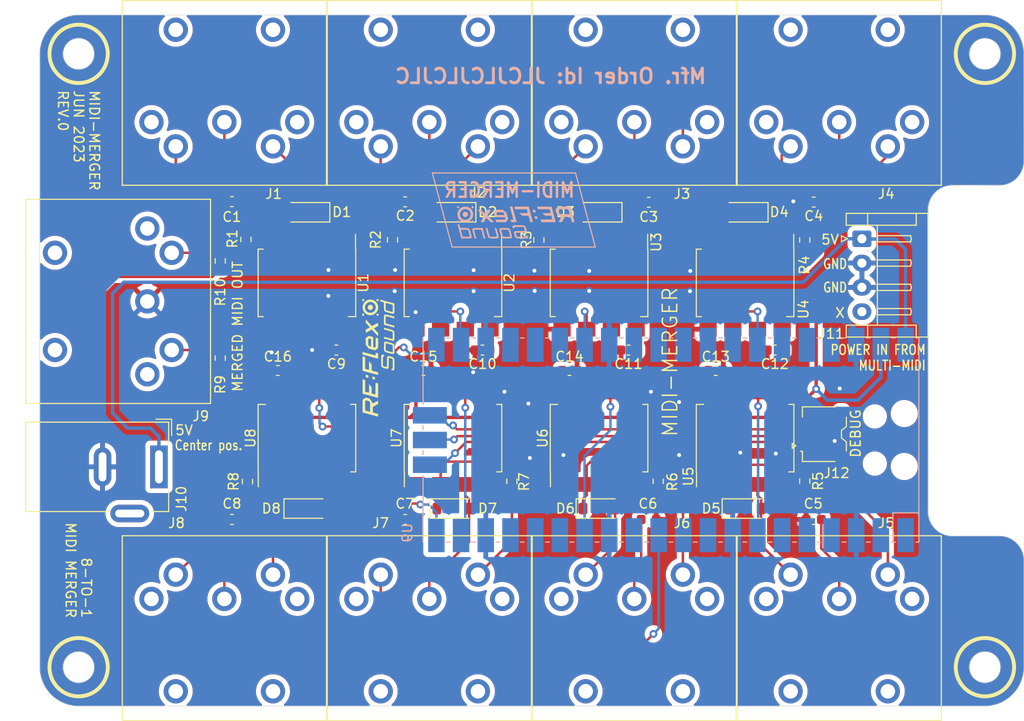
<source format=kicad_pcb>
(kicad_pcb (version 20221018) (generator pcbnew)
  (layers (0 "F.Cu" signal) (31 "B.Cu" signal) (34 "B.Paste" user) (35 "F.Paste" user) (36 "B.SilkS" user "B.Silkscreen") (37 "F.SilkS" user "F.Silkscreen") (38 "B.Mask" user) (39 "F.Mask" user) (44 "Edge.Cuts" user))
  (net 0 "")
  (net 1 "Net-(C1-Pad1)")
  (net 2 "GNDD")
  (net 3 "Net-(C2-Pad1)")
  (net 4 "Net-(C3-Pad1)")
  (net 5 "Net-(C4-Pad1)")
  (net 6 "Net-(C5-Pad1)")
  (net 7 "Net-(C6-Pad1)")
  (net 8 "Net-(C7-Pad1)")
  (net 9 "Net-(C8-Pad1)")
  (net 10 "+3.3V")
  (net 11 "Net-(D1-K)")
  (net 12 "Net-(D1-A)")
  (net 13 "Net-(D2-K)")
  (net 14 "Net-(D2-A)")
  (net 15 "Net-(D3-K)")
  (net 16 "Net-(D3-A)")
  (net 17 "Net-(D4-K)")
  (net 18 "Net-(D4-A)")
  (net 19 "Net-(D5-K)")
  (net 20 "Net-(D5-A)")
  (net 21 "Net-(D6-K)")
  (net 22 "Net-(D6-A)")
  (net 23 "Net-(D7-K)")
  (net 24 "Net-(D7-A)")
  (net 25 "Net-(D8-K)")
  (net 26 "Net-(D8-A)")
  (net 27 "Net-(J1-Pad2)")
  (net 30 "Net-(J2-Pad2)")
  (net 33 "Net-(J3-Pad2)")
  (net 36 "Net-(J4-Pad2)")
  (net 39 "Net-(J5-Pad2)")
  (net 42 "Net-(J6-Pad2)")
  (net 45 "Net-(J7-Pad2)")
  (net 48 "Net-(J8-Pad2)")
  (net 51 "Net-(J9-Pad2)")
  (net 54 "Net-(J9-Pad4)")
  (net 55 "+5V")
  (net 58 "/MIDI_OUT")
  (net 60 "/MIDI_IN_1")
  (net 62 "/MIDI_IN_2")
  (net 64 "/MIDI_IN_3")
  (net 66 "/MIDI_IN_4")
  (net 68 "/MIDI_IN_5")
  (net 70 "/MIDI_IN_7")
  (net 72 "/MIDI_IN_6")
  (net 74 "/MIDI_IN_8")
  (net 94 "Net-(J12-Pin_1)")
  (net 95 "Net-(J12-Pin_2)")
  (net 96 "Net-(J12-Pin_3)")
  (footprint "Resistor_SMD:R_0603_1608Metric" (layer "F.Cu") (at 156.55 111.2 90)
    (fp_text reference "R6")
    (fp_text value "220")
  )
  (footprint "Diode_SMD:D_SOD-123" (layer "F.Cu") (at 120.413773 114)
    (fp_text reference "D8")
    (fp_text value "1N4148W")
  )
  (footprint "midi-merger:DIN-5" (layer "F.Cu") (at 111.924773 126.298373 90)
    (fp_text reference "J8")
    (fp_text value "DIN-5")
  )
  (footprint "Diode_SMD:D_SOD-123" (layer "F.Cu") (at 165.491773 83.525 180)
    (fp_text reference "D4")
    (fp_text value "1N4148W")
  )
  (footprint "Package_SO:SSO-8_6.7x9.8mm_P2.54mm_Clearance8mm" (layer "F.Cu") (at 165.491773 90.786706 -90)
    (fp_text reference "U4")
    (fp_text value "6N137")
  )
  (footprint "midi-merger:DIN-5" (layer "F.Cu") (at 175.170773 126.298373 90)
    (fp_text reference "J5")
    (fp_text value "DIN-5")
  )
  (footprint "Resistor_SMD:R_0603_1608Metric" (layer "F.Cu") (at 111.5 88.525 -90)
    (fp_text reference "R10")
    (fp_text value "100")
  )
  (footprint "Resistor_SMD:R_0603_1608Metric" (layer "F.Cu") (at 171.625 111.175 90)
    (fp_text reference "R5")
    (fp_text value "220")
  )
  (footprint "Package_SO:SSO-8_6.7x9.8mm_P2.54mm_Clearance8mm" (layer "F.Cu") (at 120.413773 106.760039 90)
    (fp_text reference "U8")
    (fp_text value "6N137")
  )
  (footprint "Capacitor_SMD:C_0603_1608Metric" (layer "F.Cu") (at 130.525 115.121746 180)
    (fp_text reference "C7")
    (fp_text value "100n")
  )
  (footprint "Resistor_SMD:R_0603_1608Metric" (layer "F.Cu") (at 111.5 98.525 -90)
    (fp_text reference "R9")
    (fp_text value "100")
  )
  (footprint "Package_SO:SSO-8_6.7x9.8mm_P2.54mm_Clearance8mm" (layer "F.Cu") (at 135.439773 90.786706 -90)
    (fp_text reference "U2")
    (fp_text value "6N137")
  )
  (footprint "Capacitor_SMD:C_0603_1608Metric" (layer "F.Cu") (at 117.425 99.8)
    (fp_text reference "C16")
    (fp_text value "100n")
  )
  (footprint "Resistor_SMD:R_0603_1608Metric" (layer "F.Cu") (at 171.625 86.375 -90)
    (fp_text reference "R4")
    (fp_text value "220")
  )
  (footprint "midi-merger:DIN-5" (layer "F.Cu") (at 133.006773 126.298373 90)
    (fp_text reference "J7")
    (fp_text value "DIN-5")
  )
  (footprint "Capacitor_SMD:C_0603_1608Metric" (layer "F.Cu") (at 172.55 82.475 180)
    (fp_text reference "C4")
    (fp_text value "100n")
  )
  (footprint "Package_SO:SSO-8_6.7x9.8mm_P2.54mm_Clearance8mm" (layer "F.Cu") (at 165.491773 106.760039 90)
    (fp_text reference "U5")
    (fp_text value "6N137")
  )
  (footprint "Capacitor_SMD:C_0603_1608Metric" (layer "F.Cu") (at 112.7 82.425)
    (fp_text reference "C1")
    (fp_text value "100n")
  )
  (footprint "Diode_SMD:D_SOD-123" (layer "F.Cu") (at 135.439773 83.525 180)
    (fp_text reference "D2")
    (fp_text value "1N4148W")
  )
  (footprint "Diode_SMD:D_SOD-123" (layer "F.Cu") (at 150.465773 114)
    (fp_text reference "D6")
    (fp_text value "1N4148W")
  )
  (footprint "midi-merger:DIN-5" (layer "F.Cu") (at 154.088773 126.298373 90)
    (fp_text reference "J6")
    (fp_text value "DIN-5")
  )
  (footprint "midi-merger:DIN-5" (layer "F.Cu") (at 133.006773 71.248373 -90)
    (fp_text reference "J2")
    (fp_text value "DIN-5")
  )
  (footprint "Diode_SMD:D_SOD-123" (layer "F.Cu") (at 120.413773 83.525 180)
    (fp_text reference "D1")
    (fp_text value "1N4148W")
  )
  (footprint "midi-merger:DIN-5" (layer "F.Cu") (at 101.002773 92.692373)
    (fp_text reference "J9")
    (fp_text value "DIN-5")
  )
  (footprint "midi-merger:logo-mono-12.1-3.3" (layer "F.Cu") (at 127.75 98.5 90)
    (fp_text reference "G***" hide)
    (fp_text value "LOGO" hide)
  )
  (footprint "Capacitor_SMD:C_0603_1608Metric" (layer "F.Cu") (at 130.525 82.45 180)
    (fp_text reference "C2")
    (fp_text value "100n")
  )
  (footprint "Capacitor_SMD:C_0603_1608Metric" (layer "F.Cu") (at 155.575 82.5)
    (fp_text reference "C3")
    (fp_text value "100n")
  )
  (footprint "midi-merger:DIN-5" (layer "F.Cu") (at 111.924773 71.248373 -90)
    (fp_text reference "J1")
    (fp_text value "DIN-5")
  )
  (footprint "Capacitor_SMD:C_0603_1608Metric" (layer "F.Cu") (at 153.5 97.7 180)
    (fp_text reference "C11")
    (fp_text value "100n")
  )
  (footprint "Capacitor_SMD:C_0603_1608Metric" (layer "F.Cu") (at 123.45 97.7 180)
    (fp_text reference "C9")
    (fp_text value "100n")
  )
  (footprint "Capacitor_SMD:C_0603_1608Metric" (layer "F.Cu") (at 132.4 99.8)
    (fp_text reference "C15")
    (fp_text value "100n")
  )
  (footprint "Package_SO:SSO-8_6.7x9.8mm_P2.54mm_Clearance8mm" (layer "F.Cu") (at 150.465773 106.760039 90)
    (fp_text reference "U6")
    (fp_text value "6N137")
  )
  (footprint "Package_SO:SSO-8_6.7x9.8mm_P2.54mm_Clearance8mm" (layer "F.Cu") (at 120.413773 90.786706 -90)
    (fp_text reference "U1")
    (fp_text value "6N137")
  )
  (footprint "Capacitor_SMD:C_0603_1608Metric" (layer "F.Cu") (at 172.55 115.121746 180)
    (fp_text reference "C5")
    (fp_text value "100n")
  )
  (footprint "Resistor_SMD:R_0603_1608Metric" (layer "F.Cu") (at 114.15 86.325 -90)
    (fp_text reference "R1")
    (fp_text value "220")
  )
  (footprint "Diode_SMD:D_SOD-123" (layer "F.Cu") (at 150.465773 83.525 180)
    (fp_text reference "D3")
    (fp_text value "1N4148W")
  )
  (footprint "Capacitor_SMD:C_0603_1608Metric" (layer "F.Cu") (at 162.475 99.8)
    (fp_text reference "C13")
    (fp_text value "100n")
  )
  (footprint "Resistor_SMD:R_0603_1608Metric" (layer "F.Cu") (at 129.225 86.35 -90)
    (fp_text reference "R2")
    (fp_text value "220")
  )
  (footprint "Resistor_SMD:R_0603_1608Metric" (layer "F.Cu") (at 144.275 86.375 -90)
    (fp_text reference "R3")
    (fp_text value "220")
  )
  (footprint "midi-merger:DIN-5" (layer "F.Cu") (at 154.088773 71.248373 -90)
    (fp_text reference "J3")
    (fp_text value "DIN-5")
  )
  (footprint "Capacitor_SMD:C_0603_1608Metric" (layer "F.Cu") (at 147.425 99.8)
    (fp_text reference "C14")
    (fp_text value "100n")
  )
  (footprint "Capacitor_SMD:C_0603_1608Metric" (layer "F.Cu") (at 112.7 115.121746)
    (fp_text reference "C8")
    (fp_text value "100n")
  )
  (footprint "Connector_BarrelJack:BarrelJack_Wuerth_6941xx301002" (layer "F.Cu") (at 105.193773 109.710373 -90)
    (fp_text reference "J10")
    (fp_text value "Barrel_Jack_Switch")
  )
  (footprint "Resistor_SMD:R_0603_1608Metric" (layer "F.Cu") (at 114.3 111.225 90)
    (fp_text reference "R8")
    (fp_text value "220")
  )
  (footprint "Package_SO:SSO-8_6.7x9.8mm_P2.54mm_Clearance8mm" (layer "F.Cu") (at 135.439773 106.760039 90)
    (fp_text reference "U7")
    (fp_text value "6N137")
  )
  (footprint "Diode_SMD:D_SOD-123" (layer "F.Cu") (at 165.491773 114)
    (fp_text reference "D5")
    (fp_text value "1N4148W")
  )
  (footprint "Capacitor_SMD:C_0603_1608Metric" (layer "F.Cu") (at 155.575 115.121746)
    (fp_text reference "C6")
    (fp_text value "100n")
  )
  (footprint "Capacitor_SMD:C_0603_1608Metric" (layer "F.Cu") (at 168.55 97.7 180)
    (fp_text reference "C12")
    (fp_text value "100n")
  )
  (footprint "midi-merger:DIN-5" (layer "F.Cu") (at 175.170773 71.248373 -90)
    (fp_text reference "J4")
    (fp_text value "DIN-5")
  )
  (footprint "Resistor_SMD:R_0603_1608Metric" (layer "F.Cu") (at 141.5 111.2 90)
    (fp_text reference "R7")
    (fp_text value "220")
  )
  (footprint "Package_SO:SSO-8_6.7x9.8mm_P2.54mm_Clearance8mm" (layer "F.Cu") (at 150.465773 90.786706 -90)
    (fp_text reference "U3")
    (fp_text value "6N137")
  )
  (footprint "Diode_SMD:D_SOD-123" (layer "F.Cu") (at 135.439773 114)
    (fp_text reference "D7")
    (fp_text value "1N4148W")
  )
  (footprint "Connector_JST:JST_EH_S4B-EH_1x04_P2.50mm_Horizontal" (layer "F.Cu") (at 177.502773 86.248373 -90)
    (fp_text reference "J11")
    (fp_text value "Conn_01x04_Pin")
  )
  (footprint "Capacitor_SMD:C_0603_1608Metric" (layer "F.Cu") (at 138.475 97.7 180)
    (fp_text reference "C10")
    (fp_text value "100n")
  )
  (footprint "Connector_JST:JST_ACH_BM03B-ACHSS-GAN-ETF_1x03-1MP_P1.20mm_Vertical" (layer "F.Cu") (at 173.494277 106.35 90)
    (fp_text reference "J12")
    (fp_text value "Conn_01x03_Pin")
  )
  (footprint "RPi_Pico:RPi_Pico_SMD_TH" (layer "B.Cu") (at 157.864173 106.950373 90)
    (fp_text reference "U9")
    (fp_text value "Pico")
  )
  (footprint "midi-merger:logo-mono-12.1-3.3" (layer "B.Cu") (at 141.9 84.55 180)
    (fp_text reference "G***" hide)
    (fp_text value "LOGO" hide)
  )
  (gr_line (start 148.05 79.48) (end 133.318 79.48) (stroke (width 0.12)) (layer "B.SilkS"))
  (gr_line (start 133.318 79.48) (end 135.35 87.1) (stroke (width 0.12)) (layer "B.SilkS"))
  (gr_line (start 150.082 87.1) (end 148.05 79.48) (stroke (width 0.12)) (layer "B.SilkS"))
  (gr_line (start 135.35 87.1) (end 150.082 87.1) (stroke (width 0.12)) (layer "B.SilkS"))
  (gr_circle locked (center 190.160773 130.318373) (end 193.160773 130.318373) (stroke (width 0.4)) (fill none) (layer "F.SilkS"))
  (gr_circle locked (center 190.160773 67.228373) (end 193.160773 67.228373) (stroke (width 0.4)) (fill none) (layer "F.SilkS"))
  (gr_circle locked (center 96.934773 67.228373) (end 99.934773 67.228373) (stroke (width 0.4)) (fill none) (layer "F.SilkS"))
  (gr_circle locked (center 96.934773 130.318373) (end 99.934773 130.318373) (stroke (width 0.4)) (fill none) (layer "F.SilkS"))
  (gr_circle locked (center 190.160773 67.228373) (end 191.760773 67.228373) (stroke (width 0.05)) (fill none) (layer "Edge.Cuts"))
  (gr_line locked (start 194.160773 67.228373) (end 194.160773 78.254373) (stroke (width 0.05)) (layer "Edge.Cuts"))
  (gr_circle locked (center 96.934773 130.318373) (end 98.534773 130.318373) (stroke (width 0.05)) (fill none) (layer "Edge.Cuts"))
  (gr_arc locked (start 92.934773 67.228373) (mid 94.106346 64.399946) (end 96.934773 63.228373) (stroke (width 0.05)) (layer "Edge.Cuts"))
  (gr_line locked (start 184.314773 83.254373) (end 184.314773 114.322373) (stroke (width 0.05)) (layer "Edge.Cuts"))
  (gr_line locked (start 190.160773 134.318373) (end 96.934773 134.318373) (stroke (width 0.05)) (layer "Edge.Cuts"))
  (gr_line locked (start 92.934773 130.318373) (end 92.934773 67.228373) (stroke (width 0.05)) (layer "Edge.Cuts"))
  (gr_line locked (start 96.934773 63.228373) (end 190.160773 63.228373) (stroke (width 0.05)) (layer "Edge.Cuts"))
  (gr_arc locked (start 186.814773 116.822373) (mid 185.047006 116.09014) (end 184.314773 114.322373) (stroke (width 0.05)) (layer "Edge.Cuts"))
  (gr_line locked (start 186.814773 80.754373) (end 191.660773 80.754373) (stroke (width 0.05)) (layer "Edge.Cuts"))
  (gr_line locked (start 194.160773 130.318373) (end 194.160773 119.322373) (stroke (width 0.05)) (layer "Edge.Cuts"))
  (gr_arc locked (start 194.160773 78.254373) (mid 193.42854 80.02214) (end 191.660773 80.754373) (stroke (width 0.05)) (layer "Edge.Cuts"))
  (gr_circle locked (center 96.934773 67.228373) (end 98.534773 67.228373) (stroke (width 0.05)) (fill none) (layer "Edge.Cuts"))
  (gr_arc locked (start 194.160773 130.318373) (mid 192.9892 133.1468) (end 190.160773 134.318373) (stroke (width 0.05)) (layer "Edge.Cuts"))
  (gr_line locked (start 186.814773 116.822373) (end 191.660773 116.822373) (stroke (width 0.05)) (layer "Edge.Cuts"))
  (gr_arc locked (start 190.160773 63.228373) (mid 192.9892 64.399946) (end 194.160773 67.228373) (stroke (width 0.05)) (layer "Edge.Cuts"))
  (gr_arc locked (start 191.660773 116.822373) (mid 193.42854 117.554606) (end 194.160773 119.322373) (stroke (width 0.05)) (layer "Edge.Cuts"))
  (gr_circle locked (center 190.160773 130.318373) (end 191.760773 130.318373) (stroke (width 0.05)) (fill none) (layer "Edge.Cuts"))
  (gr_arc locked (start 96.934773 134.318373) (mid 94.106346 133.1468) (end 92.934773 130.318373) (stroke (width 0.05)) (layer "Edge.Cuts"))
  (gr_arc locked (start 184.314774 83.254373) (mid 185.047006 81.486607) (end 186.814772 80.754374) (stroke (width 0.05)) (layer "Edge.Cuts"))
  (gr_text "MIDI-MERGER" (at 141.25 81.25) (layer "B.SilkS") (effects (font (size 1.5 1.3) (thickness 0.25)) (justify mirror)))
  (gr_text "Mfr. Order Id: JLCJLCJLCJLC" (at 161.65 70.4) (layer "B.SilkS") (effects (font (size 1.5 1.5) (thickness 0.3) bold) (justify left bottom mirror)))
  (gr_text "MIDI-MERGER\nJUN 2023\nREV.0" (at 94.742 70.8914 -90) (layer "F.SilkS") (effects (font (size 1 1)) (justify left bottom)))
  (gr_text "GND\n" (at 173.4312 91.8464) (layer "F.SilkS") (effects (font (size 1 0.8)) (justify left bottom)))
  (gr_text "MERGED MIDI OUT" (at 113.8682 102.0826 90) (layer "F.SilkS") (effects (font (size 1 1)) (justify left bottom)))
  (gr_text "POWER IN FROM\nMULTI-MIDI" (at 184.15 99.8728) (layer "F.SilkS") (effects (font (size 1 0.8)) (justify right bottom)))
  (gr_text "Center pos." (at 106.7308 108.077) (layer "F.SilkS") (effects (font (size 1 0.8)) (justify left bottom)))
  (gr_text "8-TO-1\nMIDI MERGER" (at 95.5294 125.349 -90) (layer "F.SilkS") (effects (font (size 1 1)) (justify right bottom)))
  (gr_text "DEBUG" (at 177.45 108.85 90) (layer "F.SilkS") (effects (font (size 1 1)) (justify left bottom)))
  (gr_text "GND\n" (at 173.4312 89.4334) (layer "F.SilkS") (effects (font (size 1 0.8)) (justify left bottom)))
  (gr_text "5V" (at 173.228 86.9188) (layer "F.SilkS") (effects (font (size 1 1)) (justify left bottom)))
  (gr_text "MIDI-MERGER" (at 158.6484 106.7308 90) (layer "F.SilkS") (effects (font (size 1.5 1.5)) (justify left bottom)))
  (gr_text "5V" (at 106.7816 106.5276) (layer "F.SilkS") (effects (font (size 1 1)) (justify left bottom)))
  (gr_text "X" (at 174.6758 94.4626) (layer "F.SilkS") (effects (font (size 1 1)) (justify left bottom)))
  (segment (start 111.924773 82.424773) (end 111.924773 74.248373) (width 0.25) (layer "F.Cu") (net 1))
  (segment (start 111.925 82.425) (end 111.924773 82.424773) (width 0.25) (layer "F.Cu") (net 1))
  (via (at 143.8402 91.6178) (size 0.8) (drill 0.4) (layers "F.Cu" "B.Cu") (net 2))
  (via (at 129.4892 89.4588) (size 0.8) (drill 0.4) (layers "F.Cu" "B.Cu") (net 2))
  (via (at 159.8222 91.6432) (size 0.8) (drill 0.4) (layers "F.Cu" "B.Cu") (net 2))
  (via (at 122.625 92.125) (size 0.8) (drill 0.4) (layers "F.Cu" "B.Cu") (net 2))
  (via (at 120.9548 97.6884) (size 0.8) (drill 0.4) (layers "F.Cu" "B.Cu") (net 2))
  (via (at 129.4384 91.6432) (size 0.8) (drill 0.4) (layers "F.Cu" "B.Cu") (net 2))
  (via (at 155.8036 101.981) (size 0.8) (drill 0.4) (layers "F.Cu" "B.Cu") (net 2))
  (via (at 143.2 103.2) (size 0.8) (drill 0.4) (layers "F.Cu" "B.Cu") (net 2))
  (via (at 146.8 108.5) (size 0.8) (drill 0.4) (layers "F.Cu" "B.Cu") (net 2))
  (via (at 149.4536 89.5604) (size 0.8) (drill 0.4) (layers "F.Cu" "B.Cu") (net 2))
  (via (at 165 108.25) (size 0.8) (drill 0.4) (layers "F.Cu" "B.Cu") (net 2))
  (via (at 122.6312 89.4588) (size 0.8) (drill 0.4) (layers "F.Cu" "B.Cu") (net 2))
  (via (at 158.7 108.5) (size 0.8) (drill 0.4) (layers "F.Cu" "B.Cu") (net 2))
  (via (at 116.7892 97.9424) (size 0.8) (drill 0.4) (layers "F.Cu" "B.Cu") (net 2))
  (via (at 137.5156 99.9744) (size 0.8) (drill 0.4) (layers "F.Cu" "B.Cu") (net 2))
  (via (at 175.225 101.65) (size 0.8) (drill 0.4) (layers "F.Cu" "B.Cu") (net 2))
  (via (at 137.5664 89.4842) (size 0.8) (drill 0.4) (layers "F.Cu" "B.Cu") (net 2))
  (via (at 159.85 89.5604) (size 0.8) (drill 0.4) (layers "F.Cu" "B.Cu") (net 2))
  (via (at 174.7 107.05) (size 0.8) (drill 0.4) (layers "F.Cu" "B.Cu") (net 2))
  (via (at 143.8148 89.535) (size 0.8) (drill 0.4) (layers "F.Cu" "B.Cu") (net 2))
  (via (at 131.6 93.8) (size 0.8) (drill 0.4) (layers "F.Cu" "B.Cu") (net 2))
  (via (at 168.65 108.35) (size 0.8) (drill 0.4) (layers "F.Cu" "B.Cu") (net 2))
  (via (at 140.7414 101.981) (size 0.8) (drill 0.4) (layers "F.Cu" "B.Cu") (net 2))
  (via (at 149.4536 91.6178) (size 0.8) (drill 0.4) (layers "F.Cu" "B.Cu") (net 2))
  (via (at 137.5664 91.6432) (size 0.8) (drill 0.4) (layers "F.Cu" "B.Cu") (net 2))
  (via (at 170.45 82.4) (size 0.8) (drill 0.4) (layers "F.Cu" "B.Cu") (net 2))
  (via (at 158.7 103.05) (size 0.8) (drill 0.4) (layers "F.Cu" "B.Cu") (net 2))
  (via (at 143.35 108.8) (size 0.8) (drill 0.4) (layers "F.Cu" "B.Cu") (net 2))
  (segment (start 176.914173 95.664173) (end 175.25 94) (width 0.35) (layer "B.Cu") (net 2))
  (segment (start 176.914173 98.060373) (end 176.914173 95.664173) (width 0.35) (layer "B.Cu") (net 2))
  (segment (start 131.3 82.45) (end 132.325 82.45) (width 0.25) (layer "F.Cu") (net 3))
  (segment (start 133.006773 81.768227) (end 133.006773 74.248373) (width 0.25) (layer "F.Cu") (net 3))
  (segment (start 132.325 82.45) (end 133.006773 81.768227) (width 0.25) (layer "F.Cu") (net 3))
  (segment (start 154.1 82.25) (end 154.1 74.2596) (width 0.25) (layer "F.Cu") (net 4))
  (segment (start 154.8 82.5) (end 154.35 82.5) (width 0.25) (layer "F.Cu") (net 4))
  (segment (start 154.1 74.2596) (end 154.088773 74.248373) (width 0.25) (layer "F.Cu") (net 4))
  (segment (start 154.35 82.5) (end 154.1 82.25) (width 0.25) (layer "F.Cu") (net 4))
  (segment (start 173.325 79) (end 175.170773 77.154227) (width 0.25) (layer "F.Cu") (net 5))
  (segment (start 175.170773 77.154227) (end 175.170773 74.248373) (width 0.25) (layer "F.Cu") (net 5))
  (segment (start 173.325 82.475) (end 173.325 79) (width 0.25) (layer "F.Cu") (net 5))
  (segment (start 175.170773 119.945773) (end 173.325 118.1) (width 0.25) (layer "F.Cu") (net 6))
  (segment (start 175.170773 123.298373) (end 175.170773 119.945773) (width 0.25) (layer "F.Cu") (net 6))
  (segment (start 173.325 118.1) (end 173.325 115.121746) (width 0.25) (layer "F.Cu") (net 6))
  (segment (start 154.8 119.725) (end 154.8 115.121746) (width 0.25) (layer "F.Cu") (net 7))
  (segment (start 154.088773 120.436227) (end 154.8 119.725) (width 0.25) (layer "F.Cu") (net 7))
  (segment (start 154.088773 123.298373) (end 154.088773 120.436227) (width 0.25) (layer "F.Cu") (net 7))
  (segment (start 131.3 119) (end 131.3 115.121746) (width 0.25) (layer "F.Cu") (net 8))
  (segment (start 133.006773 120.706773) (end 131.3 119) (width 0.25) (layer "F.Cu") (net 8))
  (segment (start 133.006773 123.298373) (end 133.006773 120.706773) (width 0.25) (layer "F.Cu") (net 8))
  (segment (start 111.924773 115.121973) (end 111.925 115.121746) (width 0.25) (layer "F.Cu") (net 9))
  (segment (start 111.924773 123.298373) (end 111.924773 115.121973) (width 0.25) (layer "F.Cu") (net 9))
  (segment (start 162.325 104.625) (end 161.7 104.625) (width 0.35) (layer "F.Cu") (net 10))
  (segment (start 138.125 92.65) (end 124.775 92.65) (width 0.35) (layer "F.Cu") (net 10))
  (segment (start 154.275 92.65) (end 153.075 92.65) (width 0.35) (layer "F.Cu") (net 10))
  (segment (start 138.724773 92.65) (end 139.249773 93.175) (width 0.35) (layer "F.Cu") (net 10))
  (segment (start 139.249773 92.650227) (end 139.25 92.65) (width 0.35) (layer "F.Cu") (net 10))
  (segment (start 147.230773 104.625) (end 146.655773 104.05) (width 0.35) (layer "F.Cu") (net 10))
  (segment (start 169.851773 92.65) (end 169.301773 93.2) (width 0.35) (layer "F.Cu") (net 10))
  (segment (start 168.751773 92.65) (end 169.301773 93.2) (width 0.35) (layer "F.Cu") (net 10))
  (segment (start 132.525 104.625) (end 131.65 104.625) (width 0.35) (layer "F.Cu") (net 10))
  (segment (start 161.681773 99.818227) (end 161.7 99.8) (width 0.35) (layer "F.Cu") (net 10))
  (segment (start 139.249773 93.175) (end 139.249773 92.650227) (width 0.35) (layer "F.Cu") (net 10))
  (segment (start 131.629773 102.000039) (end 131.629773 99.804773) (width 0.35) (layer "F.Cu") (net 10))
  (segment (start 146.675 104.625) (end 145.75 104.625) (width 0.35) (layer "F.Cu") (net 10))
  (segment (start 146.655773 104.605773) (end 146.675 104.625) (width 0.35) (layer "F.Cu") (net 10))
  (segment (start 131.029773 104.625) (end 131.629773 104.025) (width 0.35) (layer "F.Cu") (net 10))
  (segment (start 161.681773 102.000039) (end 161.681773 104.025) (width 0.35) (layer "F.Cu") (net 10))
  (segment (start 124.775 92.65) (end 124.223773 93.201227) (width 0.35) (layer "F.Cu") (net 10))
  (segment (start 161.7 104.625) (end 161.1 104.625) (width 0.35) (layer "F.Cu") (net 10))
  (segment (start 111.5 104.1) (end 111.5 99.35) (width 0.35) (layer "F.Cu") (net 10))
  (segment (start 139.25 97.7) (end 139.25 95.546933) (width 0.35) (layer "F.Cu") (net 10))
  (segment (start 162.281773 104.625) (end 161.681773 104.025) (width 0.35) (layer "F.Cu") (net 10))
  (segment (start 154.800773 92.65) (end 154.275773 93.175) (width 0.35) (layer "F.Cu") (net 10))
  (segment (start 161.1 104.625) (end 147.575 104.625) (width 0.35) (layer "F.Cu") (net 10))
  (segment (start 146.655773 102.000039) (end 146.655773 104.05) (width 0.35) (layer "F.Cu") (net 10))
  (segment (start 116.05 104.625) (end 112.025 104.625) (width 0.35) (layer "F.Cu") (net 10))
  (segment (start 116.603773 99.846227) (end 116.65 99.8) (width 0.35) (layer "F.Cu") (net 10))
  (segment (start 169.65 104.625) (end 162.325 104.625) (width 0.35) (layer "F.Cu") (net 10))
  (segment (start 116.603773 104.075) (end 116.603773 104.078773) (width 0.35) (layer "F.Cu") (net 10))
  (segment (start 170.025 92.65) (end 169.851773 92.65) (width 0.35) (layer "F.Cu") (net 10))
  (segment (start 169.301773 93.2) (end 169.301773 92.698227) (width 0.35) (layer "F.Cu") (net 10))
  (segment (start 161.681773 104.025) (end 161.681773 104.606773) (width 0.35) (layer "F.Cu") (net 10))
  (segment (start 161.1 104.606773) (end 161.681773 104.025) (width 0.35) (layer "F.Cu") (net 10))
  (segment (start 147.575 104.625) (end 146.675 104.625) (width 0.35) (layer "F.Cu") (net 10))
  (segment (start 116.05 104.625) (end 116.053773 104.625) (width 0.35) (layer "F.Cu") (net 10))
  (segment (start 117.15 104.625) (end 116.675 104.625) (width 0.35) (layer "F.Cu") (net 10))
  (segment (start 162.325 104.625) (end 162.281773 104.625) (width 0.35) (layer "F.Cu") (net 10))
  (segment (start 169.325 95.569933) (end 169.301773 95.546706) (width 0.35) (layer "F.Cu") (net 10))
  (segment (start 116.053773 104.625) (end 116.603773 104.075) (width 0.35) (layer "F.Cu") (net 10))
  (segment (start 116.603773 102.000039) (end 116.603773 99.846227) (width 0.35) (layer "F.Cu") (net 10))
  (segment (start 112.025 104.625) (end 111.5 104.1) (width 0.35) (layer "F.Cu") (net 10))
  (segment (start 146.655773 102.000039) (end 146.655773 99.805773) (width 0.35) (layer "F.Cu") (net 10))
  (segment (start 139.975 92.65) (end 139.25 92.65) (width 0.35) (layer "F.Cu") (net 10))
  (segment (start 153.075 92.65) (end 153.750773 92.65) (width 0.35) (layer "F.Cu") (net 10))
  (segment (start 131.629773 102.000039) (end 131.629773 104.025) (width 0.35) (layer "F.Cu") (net 10))
  (segment (start 172.8 101.7) (end 172.8 94.475) (width 0.35) (layer "F.Cu") (net 10))
  (segment (start 170.025 92.65) (end 169.35 92.65) (width 0.35) (layer "F.Cu") (net 10))
  (segment (start 145.75 104.625) (end 146.080773 104.625) (width 0.35) (layer "F.Cu") (net 10))
  (segment (start 131.629773 99.804773) (end 131.625 99.8) (width 0.35) (layer "F.Cu") (net 10))
  (segment (start 131.629773 104.604773) (end 131.65 104.625) (width 0.35) (layer "F.Cu") (net 10))
  (segment (start 169.35 92.65) (end 168.75 92.65) (width 0.35) (layer "F.Cu") (net 10))
  (segment (start 170.975 92.65) (end 170.025 92.65) (width 0.35) (layer "F.Cu") (net 10))
  (segment (start 132.229773 104.625) (end 131.629773 104.025) (width 0.35) (layer "F.Cu") (net 10))
  (segment (start 116.603773 104.553773) (end 116.675 104.625) (width 0.35) (layer "F.Cu") (net 10))
  (segment (start 169.875 104.625) (end 172.8 101.7) (width 0.35) (layer "F.Cu") (net 10))
  (segment (start 154.275773 93.175) (end 154.275773 92.650773) (width 0.35) (layer "F.Cu") (net 10))
  (segment (start 161.1 104.625) (end 161.1 104.606773) (width 0.35) (layer "F.Cu") (net 10))
  (segment (start 124.225 97.7) (end 124.225 95.547933) (width 0.35) (layer "F.Cu") (net 10))
  (segment (start 132.525 104.625) (end 132.229773 104.625) (width 0.35) (layer "F.Cu") (net 10))
  (segment (start 154.275773 95.546706) (end 154.275773 93.175) (width 0.35) (layer "F.Cu") (net 10))
  (segment (start 154.275 97.7) (end 154.275 95.547479) (width 0.35) (layer "F.Cu") (net 10))
  (segment (start 161.681773 104.606773) (end 161.7 104.625) (width 0.35) (layer "F.Cu") (net 10))
  (segment (start 124.223773 93.201227) (end 124.223773 95.546706) (width 0.35) (layer "F.Cu") (net 10))
  (segment (start 154.275773 92.650773) (end 154.275 92.65) (width 0.35) (layer "F.Cu") (net 10))
  (segment (start 139.975 92.65) (end 139.774773 92.65) (width 0.35) (layer "F.Cu") (net 10))
  (segment (start 161.681773 102.000039) (end 161.681773 99.818227) (width 0.35) (layer "F.Cu") (net 10))
  (segment (start 116.603773 102.000039) (end 116.603773 104.075) (width 0.35) (layer "F.Cu") (net 10))
  (segment (start 155.1 92.65) (end 154.800773 92.65) (width 0.35) (layer "F.Cu") (net 10))
  (segment (start 116.603773 104.075) (end 116.603773 104.553773) (width 0.35) (layer "F.Cu") (net 10))
  (segment (start 172.8 94.475) (end 170.975 92.65) (width 0.35) (layer "F.Cu") (net 10))
  (segment (start 139.25 92.65) (end 138.125 92.65) (width 0.35) (layer "F.Cu") (net 10))
  (segment (start 124.225 95.547933) (end 124.223773 95.546706) (width 0.35) (layer "F.Cu") (net 10))
  (segment (start 138.125 92.65) (end 138.724773 92.65) (width 0.35) (layer "F.Cu") (net 10))
  (segment (start 153.750773 92.65) (end 154.275773 93.175) (width 0.35) (layer "F.Cu") (net 10))
  (segment (start 139.249773 95.546706) (end 139.249773 93.175) (width 0.35) (layer "F.Cu") (net 10))
  (segment (start 131.65 104.625) (end 131 104.625) (width 0.35) (layer "F.Cu") (net 10))
  (segment (start 131.629773 104.025) (end 131.629773 104.604773) (width 0.35) (layer "F.Cu") (net 10))
  (segment (start 169.301773 95.546706) (end 169.301773 93.2) (width 0.35) (layer "F.Cu") (net 10))
  (segment (start 145.75 104.625) (end 132.525 104.625) (width 0.35) (layer "F.Cu") (net 10))
  (segment (start 168.75 92.65) (end 155.1 92.65) (width 0.35) (layer "F.Cu") (net 10))
  (segment (start 139.774773 92.65) (end 139.249773 93.175) (width 0.35) (layer "F.Cu") (net 10))
  (segment (start 155.1 92.65) (end 154.275 92.65) (width 0.35) (layer "F.Cu") (net 10))
  (segment (start 146.080773 104.625) (end 146.655773 104.05) (width 0.35) (layer "F.Cu") (net 10))
  (segment (start 146.655773 104.05) (end 146.655773 104.605773) (width 0.35) (layer "F.Cu") (net 10))
  (segment (start 153.075 92.65) (end 139.975 92.65) (width 0.35) (layer "F.Cu") (net 10))
  (segment (start 131 104.625) (end 117.15 104.625) (width 0.35) (layer "F.Cu") (net 10))
  (segment (start 169.301773 92.698227) (end 169.35 92.65) (width 0.35) (layer "F.Cu") (net 10))
  (segment (start 139.25 95.546933) (end 139.249773 95.546706) (width 0.35) (layer "F.Cu") (net 10))
  (segment (start 116.603773 104.078773) (end 117.15 104.625) (width 0.35) (layer "F.Cu") (net 10))
  (segment (start 147.575 104.625) (end 147.230773 104.625) (width 0.35) (layer "F.Cu") (net 10))
  (segment (start 116.675 104.625) (end 116.05 104.625) (width 0.35) (layer "F.Cu") (net 10))
  (segment (start 146.655773 99.805773) (end 146.65 99.8) (width 0.35) (layer "F.Cu") (net 10))
  (segment (start 131 104.625) (end 131.029773 104.625) (width 0.35) (layer "F.Cu") (net 10))
  (segment (start 168.75 92.65) (end 168.751773 92.65) (width 0.35) (layer "F.Cu") (net 10))
  (segment (start 169.65 104.625) (end 169.875 104.625) (width 0.35) (layer "F.Cu") (net 10))
  (segment (start 154.275 95.547479) (end 154.275773 95.546706) (width 0.35) (layer "F.Cu") (net 10))
  (segment (start 169.325 97.7) (end 169.325 95.569933) (width 0.35) (layer "F.Cu") (net 10))
  (via (at 172.8 101.7) (size 0.8) (drill 0.4) (layers "F.Cu" "B.Cu") (net 10))
  (segment (start 179.454173 98.060373) (end 179.454173 100.495827) (width 0.35) (layer "B.Cu") (net 10))
  (segment (start 173.95 102.85) (end 172.8 101.7) (width 0.35) (layer "B.Cu") (net 10))
  (segment (start 177.225 102.725) (end 177.1 102.85) (width 0.35) (layer "B.Cu") (net 10))
  (segment (start 177.1 102.85) (end 173.95 102.85) (width 0.35) (layer "B.Cu") (net 10))
  (segment (start 179.454173 100.495827) (end 177.225 102.725) (width 0.35) (layer "B.Cu") (net 10))
  (segment (start 114.15 87.975) (end 114.55 88.375) (width 0.25) (layer "F.Cu") (net 11))
  (segment (start 114.55 88.375) (end 121.325 88.375) (width 0.25) (layer "F.Cu") (net 11))
  (segment (start 122.063773 84.561227) (end 121.683773 84.941227) (width 0.25) (layer "F.Cu") (net 11))
  (segment (start 121.683773 88.016227) (end 121.683773 86.026706) (width 0.25) (layer "F.Cu") (net 11))
  (segment (start 122.063773 83.525) (end 122.063773 84.561227) (width 0.25) (layer "F.Cu") (net 11))
  (segment (start 121.683773 84.941227) (end 121.683773 86.026706) (width 0.25) (layer "F.Cu") (net 11))
  (segment (start 114.15 87.15) (end 114.15 87.975) (width 0.25) (layer "F.Cu") (net 11))
  (segment (start 121.325 88.375) (end 121.683773 88.016227) (width 0.25) (layer "F.Cu") (net 11))
  (segment (start 119.143773 84.918773) (end 119.143773 86.026706) (width 0.25) (layer "F.Cu") (net 12))
  (segment (start 118.763773 84.538773) (end 119.143773 84.918773) (width 0.25) (layer "F.Cu") (net 12))
  (segment (start 118.763773 83.525) (end 118.763773 78.587373) (width 0.25) (layer "F.Cu") (net 12))
  (segment (start 118.763773 78.587373) (end 116.924773 76.748373) (width 0.25) (layer "F.Cu") (net 12))
  (segment (start 118.763773 83.525) (end 118.763773 84.538773) (width 0.25) (layer "F.Cu") (net 12))
  (segment (start 136.709773 86.026706) (end 136.709773 84.915227) (width 0.25) (layer "F.Cu") (net 13))
  (segment (start 137.1 84.525) (end 137.1 83.535227) (width 0.25) (layer "F.Cu") (net 13))
  (segment (start 129.225 87.175) (end 129.225 87.975) (width 0.25) (layer "F.Cu") (net 13))
  (segment (start 129.225 87.975) (end 129.625 88.375) (width 0.25) (layer "F.Cu") (net 13))
  (segment (start 137.1 83.535227) (end 137.089773 83.525) (width 0.25) (layer "F.Cu") (net 13))
  (segment (start 136.35 88.375) (end 136.709773 88.015227) (width 0.25) (layer "F.Cu") (net 13))
  (segment (start 136.709773 84.915227) (end 137.1 84.525) (width 0.25) (layer "F.Cu") (net 13))
  (segment (start 129.625 88.375) (end 136.35 88.375) (width 0.25) (layer "F.Cu") (net 13))
  (segment (start 136.709773 88.015227) (end 136.709773 86.026706) (width 0.25) (layer "F.Cu") (net 13))
  (segment (start 133.789773 80.960227) (end 138.001627 76.748373) (width 0.25) (layer "F.Cu") (net 14))
  (segment (start 138.001627 76.748373) (end 138.006773 76.748373) (width 0.25) (layer "F.Cu") (net 14))
  (segment (start 134.169773 84.894773) (end 134.169773 86.026706) (width 0.25) (layer "F.Cu") (net 14))
  (segment (start 133.789773 83.525) (end 133.789773 84.514773) (width 0.25) (layer "F.Cu") (net 14))
  (segment (start 133.789773 84.514773) (end 134.169773 84.894773) (width 0.25) (layer "F.Cu") (net 14))
  (segment (start 133.789773 83.525) (end 133.789773 80.960227) (width 0.25) (layer "F.Cu") (net 14))
  (segment (start 151.735773 86.026706) (end 151.735773 84.889227) (width 0.25) (layer "F.Cu") (net 15))
  (segment (start 151.735773 84.889227) (end 152.115773 84.509227) (width 0.25) (layer "F.Cu") (net 15))
  (segment (start 144.275 87.9) (end 144.8 88.425) (width 0.25) (layer "F.Cu") (net 15))
  (segment (start 151.735773 87.989227) (end 151.735773 86.026706) (width 0.25) (layer "F.Cu") (net 15))
  (segment (start 152.115773 84.509227) (end 152.115773 83.525) (width 0.25) (layer "F.Cu") (net 15))
  (segment (start 151.3 88.425) (end 151.735773 87.989227) (width 0.25) (layer "F.Cu") (net 15))
  (segment (start 144.275 87.2) (end 144.275 87.9) (width 0.25) (layer "F.Cu") (net 15))
  (segment (start 144.8 88.425) (end 151.3 88.425) (width 0.25) (layer "F.Cu") (net 15))
  (segment (start 159.088773 73.613773) (end 159.088773 76.748373) (width 0.25) (layer "F.Cu") (net 16))
  (segment (start 148.815773 83.525) (end 148.815773 81.209227) (width 0.25) (layer "F.Cu") (net 16))
  (segment (start 149.195773 84.845773) (end 149.195773 86.026706) (width 0.25) (layer "F.Cu") (net 16))
  (segment (start 153.25 71.975) (end 157.45 71.975) (width 0.25) (layer "F.Cu") (net 16))
  (segment (start 148.815773 81.209227) (end 151.625 78.4) (width 0.25) (layer "F.Cu") (net 16))
  (segment (start 148.815773 84.465773) (end 149.195773 84.845773) (width 0.25) (layer "F.Cu") (net 16))
  (segment (start 148.815773 83.525) (end 148.815773 84.465773) (width 0.25) (layer "F.Cu") (net 16))
  (segment (start 151.625 78.4) (end 151.625 73.6) (width 0.25) (layer "F.Cu") (net 16))
  (segment (start 151.625 73.6) (end 153.25 71.975) (width 0.25) (layer "F.Cu") (net 16))
  (segment (start 157.45 71.975) (end 159.088773 73.613773) (width 0.25) (layer "F.Cu") (net 16))
  (segment (start 171.625 88.025) (end 171.225 88.425) (width 0.25) (layer "F.Cu") (net 17))
  (segment (start 167.141773 84.533227) (end 167.141773 83.525) (width 0.25) (layer "F.Cu") (net 17))
  (segment (start 166.761773 86.026706) (end 166.761773 84.913227) (width 0.25) (layer "F.Cu") (net 17))
  (segment (start 166.761773 84.913227) (end 167.141773 84.533227) (width 0.25) (layer "F.Cu") (net 17))
  (segment (start 167.5 88.425) (end 166.761773 87.686773) (width 0.25) (layer "F.Cu") (net 17))
  (segment (start 166.761773 87.686773) (end 166.761773 86.026706) (width 0.25) (layer "F.Cu") (net 17))
  (segment (start 171.625 87.2) (end 171.625 88.025) (width 0.25) (layer "F.Cu") (net 17))
  (segment (start 171.225 88.425) (end 167.5 88.425) (width 0.25) (layer "F.Cu") (net 17))
  (segment (start 165.65 89.175) (end 171.55 89.175) (width 0.25) (layer "F.Cu") (net 18))
  (segment (start 164.221773 86.026706) (end 164.221773 84.871773) (width 0.25) (layer "F.Cu") (net 18))
  (segment (start 163.841773 84.491773) (end 163.841773 83.525) (width 0.25) (layer "F.Cu") (net 18))
  (segment (start 164.221773 84.871773) (end 163.841773 84.491773) (width 0.25) (layer "F.Cu") (net 18))
  (segment (start 173 87.725) (end 173 84.85) (width 0.25) (layer "F.Cu") (net 18))
  (segment (start 173 84.85) (end 180.170773 77.679227) (width 0.25) (layer "F.Cu") (net 18))
  (segment (start 171.55 89.175) (end 173 87.725) (width 0.25) (layer "F.Cu") (net 18))
  (segment (start 180.170773 77.679227) (end 180.170773 76.748373) (width 0.25) (layer "F.Cu") (net 18))
  (segment (start 164.221773 86.026706) (end 164.221773 87.746773) (width 0.25) (layer "F.Cu") (net 18))
  (segment (start 164.221773 87.746773) (end 165.65 89.175) (width 0.25) (layer "F.Cu") (net 18))
  (segment (start 171.625 109.7) (end 171.425 109.5) (width 0.25) (layer "F.Cu") (net 19))
  (segment (start 171.425 109.5) (end 164.65 109.5) (width 0.25) (layer "F.Cu") (net 19))
  (segment (start 164.221773 112.578227) (end 164.221773 111.520039) (width 0.25) (layer "F.Cu") (net 19))
  (segment (start 171.625 110.35) (end 171.625 109.7) (width 0.25) (layer "F.Cu") (net 19))
  (segment (start 163.841773 114) (end 163.841773 112.958227) (width 0.25) (layer "F.Cu") (net 19))
  (segment (start 163.841773 112.958227) (end 164.221773 112.578227) (width 0.25) (layer "F.Cu") (net 19))
  (segment (start 164.65 109.5) (end 164.221773 109.928227) (width 0.25) (layer "F.Cu") (net 19))
  (segment (start 164.221773 109.928227) (end 164.221773 111.520039) (width 0.25) (layer "F.Cu") (net 19))
  (segment (start 166.761773 112.636773) (end 166.761773 111.520039) (width 0.25) (layer "F.Cu") (net 20))
  (segment (start 170.170773 120.798373) (end 167.125 117.7526) (width 0.25) (layer "F.Cu") (net 20))
  (segment (start 167.141773 113.016773) (end 166.761773 112.636773) (width 0.25) (layer "F.Cu") (net 20))
  (segment (start 167.125 117.7526) (end 167.125 114.016773) (width 0.25) (layer "F.Cu") (net 20))
  (segment (start 167.141773 114) (end 167.141773 113.016773) (width 0.25) (layer "F.Cu") (net 20))
  (segment (start 167.125 114.016773) (end 167.141773 114) (width 0.25) (layer "F.Cu") (net 20))
  (segment (start 156.55 110.375) (end 156.55 109.65) (width 0.25) (layer "F.Cu") (net 21))
  (segment (start 156.55 109.65) (end 156.1 109.2) (width 0.25) (layer "F.Cu") (net 21))
  (segment (start 149.575 109.2) (end 149.195773 109.579227) (width 0.25) (layer "F.Cu") (net 21))
  (segment (start 148.815773 113.009227) (end 149.195773 112.629227) (width 0.25) (layer "F.Cu") (net 21))
  (segment (start 156.1 109.2) (end 149.575 109.2) (width 0.25) (layer "F.Cu") (net 21))
  (segment (start 148.815773 114) (end 148.815773 113.009227) (width 0.25) (layer "F.Cu") (net 21))
  (segment (start 149.195773 112.629227) (end 149.195773 111.520039) (width 0.25) (layer "F.Cu") (net 21))
  (segment (start 149.195773 109.579227) (end 149.195773 111.520039) (width 0.25) (layer "F.Cu") (net 21))
  (segment (start 152.115773 117.771373) (end 152.115773 114) (width 0.25) (layer "F.Cu") (net 22))
  (segment (start 152.115773 114) (end 152.115773 112.940773) (width 0.25) (layer "F.Cu") (net 22))
  (segment (start 152.115773 112.940773) (end 151.735773 112.560773) (width 0.25) (layer "F.Cu") (net 22))
  (segment (start 149.088773 120.798373) (end 152.115773 117.771373) (width 0.25) (layer "F.Cu") (net 22))
  (segment (start 151.735773 112.560773) (end 151.735773 111.520039) (width 0.25) (layer "F.Cu") (net 22))
  (segment (start 134.169773 112.655227) (end 134.169773 111.520039) (width 0.25) (layer "F.Cu") (net 23))
  (segment (start 134.169773 109.480227) (end 134.169773 111.520039) (width 0.25) (layer "F.Cu") (net 23))
  (segment (start 141.5 110.375) (end 141.5 109.625) (width 0.25) (layer "F.Cu") (net 23))
  (segment (start 133.789773 113.035227) (end 134.169773 112.655227) (width 0.25) (layer "F.Cu") (net 23))
  (segment (start 133.789773 114) (end 133.789773 113.035227) (width 0.25) (layer "F.Cu") (net 23))
  (segment (start 134.475 109.175) (end 134.169773 109.480227) (width 0.25) (layer "F.Cu") (net 23))
  (segment (start 141.05 109.175) (end 134.475 109.175) (width 0.25) (layer "F.Cu") (net 23))
  (segment (start 141.5 109.625) (end 141.05 109.175) (width 0.25) (layer "F.Cu") (net 23))
  (segment (start 135.525 124.125) (end 135.525 119) (width 0.25) (layer "F.Cu") (net 24))
  (segment (start 137.089773 113.039773) (end 136.709773 112.659773) (width 0.25) (layer "F.Cu") (net 24))
  (segment (start 128.006773 120.798373) (end 128.006773 124.206773) (width 0.25) (layer "F.Cu") (net 24))
  (segment (start 128.006773 124.206773) (end 129.05 125.25) (width 0.25) (layer "F.Cu") (net 24))
  (segment (start 136.709773 112.659773) (end 136.709773 111.520039) (width 0.25) (layer "F.Cu") (net 24))
  (segment (start 134.4 125.25) (end 135.525 124.125) (width 0.25) (layer "F.Cu") (net 24))
  (segment (start 137.089773 114) (end 137.089773 113.039773) (width 0.25) (layer "F.Cu") (net 24))
  (segment (start 137.089773 117.435227) (end 137.089773 114) (width 0.25) (layer "F.Cu") (net 24))
  (segment (start 135.525 119) (end 137.089773 117.435227) (width 0.25) (layer "F.Cu") (net 24))
  (segment (start 129.05 125.25) (end 134.4 125.25) (width 0.25) (layer "F.Cu") (net 24))
  (segment (start 118.6 109.15) (end 119.143773 109.693773) (width 0.25) (layer "F.Cu") (net 25))
  (segment (start 114.8 109.15) (end 118.6 109.15) (width 0.25) (layer "F.Cu") (net 25))
  (segment (start 118.763773 113.048727) (end 118.763773 114) (width 0.25) (layer "F.Cu") (net 25))
  (segment (start 114.3 110.4) (end 114.3 109.65) (width 0.25) (layer "F.Cu") (net 25))
  (segment (start 114.3 109.65) (end 114.8 109.15) (width 0.25) (layer "F.Cu") (net 25))
  (segment (start 119.143773 109.693773) (end 119.143773 111.520039) (width 0.25) (layer "F.Cu") (net 25))
  (segment (start 119.143773 111.520039) (end 119.143773 112.668727) (width 0.25) (layer "F.Cu") (net 25))
  (segment (start 119.143773 112.668727) (end 118.763773 113.048727) (width 0.25) (layer "F.Cu") (net 25))
  (segment (start 121.125 108.625) (end 121.683773 109.183773) (width 0.25) (layer "F.Cu") (net 26))
  (segment (start 121.683773 111.520039) (end 121.683773 112.658773) (width 0.25) (layer "F.Cu") (net 26))
  (segment (start 110 113) (end 114.375 108.625) (width 0.25) (layer "F.Cu") (net 26))
  (segment (start 114.375 108.625) (end 121.125 108.625) (width 0.25) (layer "F.Cu") (net 26))
  (segment (start 106.924773 120.798373) (end 110 117.723146) (width 0.25) (layer "F.Cu") (net 26))
  (segment (start 121.683773 109.183773) (end 121.683773 111.520039) (width 0.25) (layer "F.Cu") (net 26))
  (segment (start 110 117.723146) (end 110 113) (width 0.25) (layer "F.Cu") (net 26))
  (segment (start 121.683773 112.658773) (end 122.063773 113.038773) (width 0.25) (layer "F.Cu") (net 26))
  (segment (start 122.063773 113.038773) (end 122.063773 114) (width 0.25) (layer "F.Cu") (net 26))
  (segment (start 111.375 85.5) (end 114.15 85.5) (width 0.25) (layer "F.Cu") (net 27))
  (segment (start 106.924773 81.049773) (end 111.375 85.5) (width 0.25) (layer "F.Cu") (net 27))
  (segment (start 106.924773 76.748373) (end 106.924773 81.049773) (width 0.25) (layer "F.Cu") (net 27))
  (segment (start 128 76.755146) (end 128.006773 76.748373) (width 0.25) (layer "F.Cu") (net 30))
  (segment (start 128.15 85.525) (end 128 85.375) (width 0.25) (layer "F.Cu") (net 30))
  (segment (start 128 85.375) (end 128 76.755146) (width 0.25) (layer "F.Cu") (net 30))
  (segment (start 129.225 85.525) (end 128.15 85.525) (width 0.25) (layer "F.Cu") (net 30))
  (segment (start 144.275 85.55) (end 144.275 81.562146) (width 0.25) (layer "F.Cu") (net 33))
  (segment (start 144.275 81.562146) (end 149.088773 76.748373) (width 0.25) (layer "F.Cu") (net 33))
  (segment (start 169.25 82.7) (end 169.25 77.669146) (width 0.25) (layer "F.Cu") (net 36))
  (segment (start 171.625 85.55) (end 171.625 84.275) (width 0.25) (layer "F.Cu") (net 36))
  (segment (start 169.25 77.669146) (end 170.170773 76.748373) (width 0.25) (layer "F.Cu") (net 36))
  (segment (start 170.525 83.975) (end 169.25 82.7) (width 0.25) (layer "F.Cu") (net 36))
  (segment (start 171.325 83.975) (end 170.525 83.975) (width 0.25) (layer "F.Cu") (net 36))
  (segment (start 171.625 84.275) (end 171.325 83.975) (width 0.25) (layer "F.Cu") (net 36))
  (segment (start 180.170773 116.570773) (end 175.6 112) (width 0.25) (layer "F.Cu") (net 39))
  (segment (start 180.170773 120.798373) (end 180.170773 116.570773) (width 0.25) (layer "F.Cu") (net 39))
  (segment (start 175.6 112) (end 171.625 112) (width 0.25) (layer "F.Cu") (net 39))
  (segment (start 159.088773 116.607702) (end 159.1 116.596475) (width 0.25) (layer "F.Cu") (net 42))
  (segment (start 159.1 113.25) (end 157.875 112.025) (width 0.25) (layer "F.Cu") (net 42))
  (segment (start 159.088773 120.798373) (end 159.088773 116.607702) (width 0.25) (layer "F.Cu") (net 42))
  (segment (start 157.875 112.025) (end 156.55 112.025) (width 0.25) (layer "F.Cu") (net 42))
  (segment (start 159.1 116.596475) (end 159.1 113.25) (width 0.25) (layer "F.Cu") (net 42))
  (segment (start 141.5 117.305146) (end 141.5 112.025) (width 0.25) (layer "F.Cu") (net 45))
  (segment (start 138.006773 120.798373) (end 141.5 117.305146) (width 0.25) (layer "F.Cu") (net 45))
  (segment (start 116.924773 120.798373) (end 116.924773 116.274773) (width 0.25) (layer "F.Cu") (net 48))
  (segment (start 116.924773 116.274773) (end 114.3 113.65) (width 0.25) (layer "F.Cu") (net 48))
  (segment (start 114.3 113.65) (end 114.3 112.05) (width 0.25) (layer "F.Cu") (net 48))
  (segment (start 106.502773 97.692373) (end 111.492373 97.692373) (width 0.25) (layer "F.Cu") (net 51))
  (segment (start 111.492373 97.692373) (end 111.5 97.7) (width 0.25) (layer "F.Cu") (net 51))
  (segment (start 111.492373 87.692373) (end 111.5 87.7) (width 0.25) (layer "F.Cu") (net 54))
  (segment (start 106.502773 87.692373) (end 111.492373 87.692373) (width 0.25) (layer "F.Cu") (net 54))
  (segment (start 100.425 104.175) (end 101.975 105.725) (width 0.35) (layer "B.Cu") (net 55))
  (segment (start 101.975 105.725) (end 104.325 105.725) (width 0.35) (layer "B.Cu") (net 55))
  (segment (start 175.926627 86.248373) (end 171.45 90.725) (width 0.35) (layer "B.Cu") (net 55))
  (segment (start 177.5294 86.275) (end 177.502773 86.248373) (width 0.35) (layer "B.Cu") (net 55))
  (segment (start 181.994173 87.344173) (end 180.925 86.275) (width 0.35) (layer "B.Cu") (net 55))
  (segment (start 181.994173 98.060373) (end 181.994173 87.344173) (width 0.35) (layer "B.Cu") (net 55))
  (segment (start 100.425 91.875) (end 100.425 104.175) (width 0.35) (layer "B.Cu") (net 55))
  (segment (start 104.325 105.725) (end 105.193773 106.593773) (width 0.35) (layer "B.Cu") (net 55))
  (segment (start 101.575 90.725) (end 100.425 91.875) (width 0.35) (layer "B.Cu") (net 55))
  (segment (start 105.193773 106.593773) (end 105.193773 109.710373) (width 0.35) (layer "B.Cu") (net 55))
  (segment (start 177.502773 86.248373) (end 175.926627 86.248373) (width 0.35) (layer "B.Cu") (net 55))
  (segment (start 171.45 90.725) (end 101.575 90.725) (width 0.35) (layer "B.Cu") (net 55))
  (segment (start 180.925 86.275) (end 177.5294 86.275) (width 0.35) (layer "B.Cu") (net 55))
  (segment (start 100.3808 90.17) (end 110.68 90.17) (width 0.25) (layer "F.Cu") (net 58))
  (segment (start 154.8384 128.1176) (end 102.3112 128.1176) (width 0.25) (layer "F.Cu") (net 58))
  (segment (start 110.68 90.17) (end 111.5 89.35) (width 0.25) (layer "F.Cu") (net 58))
  (segment (start 97.79 92.7608) (end 100.3808 90.17) (width 0.25) (layer "F.Cu") (net 58))
  (segment (start 97.79 123.5964) (end 97.79 92.7608) (width 0.25) (layer "F.Cu") (net 58))
  (segment (start 102.3112 128.1176) (end 97.79 123.5964) (width 0.25) (layer "F.Cu") (net 58))
  (segment (start 156.0576 126.8984) (end 154.8384 128.1176) (width 0.25) (layer "F.Cu") (net 58))
  (via (at 156.0576 126.8984) (size 0.8) (drill 0.4) (layers "F.Cu" "B.Cu") (net 58))
  (segment (start 156.594173 126.361827) (end 156.0576 126.8984) (width 0.25) (layer "B.Cu") (net 58))
  (segment (start 156.594173 115.840373) (end 156.594173 126.361827) (width 0.25) (layer "B.Cu") (net 58))
  (segment (start 119.143773 95.546706) (end 119.143773 97.793773) (width 0.25) (layer "F.Cu") (net 60))
  (segment (start 130.35 97.4) (end 130.375 97.425) (width 0.25) (layer "F.Cu") (net 60))
  (segment (start 120.9 99.55) (end 127.75 99.55) (width 0.25) (layer "F.Cu") (net 60))
  (segment (start 129.9 97.4) (end 130.35 97.4) (width 0.25) (layer "F.Cu") (net 60))
  (segment (start 127.75 99.55) (end 129.9 97.4) (width 0.25) (layer "F.Cu") (net 60))
  (segment (start 119.143773 97.793773) (end 120.9 99.55) (width 0.25) (layer "F.Cu") (net 60))
  (via (at 130.375 97.425) (size 0.8) (drill 0.4) (layers "F.Cu" "B.Cu") (net 60))
  (segment (start 131.010373 98.060373) (end 133.734173 98.060373) (width 0.25) (layer "B.Cu") (net 60))
  (segment (start 130.375 97.425) (end 131.010373 98.060373) (width 0.25) (layer "B.Cu") (net 60))
  (segment (start 134.169773 94.328627) (end 134.7724 93.726) (width 0.25) (layer "F.Cu") (net 62))
  (segment (start 134.7724 93.726) (end 136.1948 93.726) (width 0.25) (layer "F.Cu") (net 62))
  (segment (start 134.169773 95.546706) (end 134.169773 94.328627) (width 0.25) (layer "F.Cu") (net 62))
  (via (at 136.1948 93.726) (size 0.8) (drill 0.4) (layers "F.Cu" "B.Cu") (net 62))
  (segment (start 136.1948 93.726) (end 136.1948 97.981) (width 0.25) (layer "B.Cu") (net 62))
  (segment (start 136.1948 97.981) (end 136.274173 98.060373) (width 0.25) (layer "B.Cu") (net 62))
  (segment (start 149.195773 93.925373) (end 148.9964 93.726) (width 0.25) (layer "F.Cu") (net 64))
  (segment (start 149.195773 95.546706) (end 149.195773 93.925373) (width 0.25) (layer "F.Cu") (net 64))
  (via (at 148.9964 93.726) (size 0.8) (drill 0.4) (layers "F.Cu" "B.Cu") (net 64))
  (segment (start 148.9964 93.726) (end 148.9964 98.038146) (width 0.25) (layer "B.Cu") (net 64))
  (segment (start 148.9964 98.038146) (end 148.974173 98.060373) (width 0.25) (layer "B.Cu") (net 64))
  (segment (start 164.8968 93.726) (end 166.7764 93.726) (width 0.25) (layer "F.Cu") (net 66))
  (segment (start 164.221773 94.401027) (end 164.8968 93.726) (width 0.25) (layer "F.Cu") (net 66))
  (segment (start 164.221773 95.546706) (end 164.221773 94.401027) (width 0.25) (layer "F.Cu") (net 66))
  (via (at 166.7764 93.726) (size 0.8) (drill 0.4) (layers "F.Cu" "B.Cu") (net 66))
  (segment (start 166.7764 98.038146) (end 166.754173 98.060373) (width 0.25) (layer "B.Cu") (net 66))
  (segment (start 166.7764 93.726) (end 166.7764 98.038146) (width 0.25) (layer "B.Cu") (net 66))
  (segment (start 166.8272 103.4796) (end 166.8272 102.065466) (width 0.25) (layer "F.Cu") (net 68))
  (segment (start 166.8272 102.065466) (end 166.761773 102.000039) (width 0.25) (layer "F.Cu") (net 68))
  (via (at 166.8272 103.4796) (size 0.8) (drill 0.4) (layers "F.Cu" "B.Cu") (net 68))
  (segment (start 166.754173 115.840373) (end 166.8272 115.767346) (width 0.25) (layer "B.Cu") (net 68))
  (segment (start 166.8272 115.767346) (end 166.8272 103.4796) (width 0.25) (layer "B.Cu") (net 68))
  (segment (start 136.7028 103.632) (end 136.7028 102.007012) (width 0.25) (layer "F.Cu") (net 70))
  (segment (start 136.7028 102.007012) (end 136.709773 102.000039) (width 0.25) (layer "F.Cu") (net 70))
  (via (at 136.7028 103.632) (size 0.8) (drill 0.4) (layers "F.Cu" "B.Cu") (net 70))
  (segment (start 136.274173 115.840373) (end 136.7028 115.411746) (width 0.25) (layer "B.Cu") (net 70))
  (segment (start 136.7028 115.411746) (end 136.7028 103.632) (width 0.25) (layer "B.Cu") (net 70))
  (segment (start 151.638 103.5304) (end 151.638 102.097812) (width 0.25) (layer "F.Cu") (net 72))
  (segment (start 151.638 102.097812) (end 151.735773 102.000039) (width 0.25) (layer "F.Cu") (net 72))
  (via (at 151.638 103.5304) (size 0.8) (drill 0.4) (layers "F.Cu" "B.Cu") (net 72))
  (segment (start 148.974173 108.581827) (end 151.638 105.918) (width 0.25) (layer "B.Cu") (net 72))
  (segment (start 148.974173 115.840373) (end 148.974173 108.581827) (width 0.25) (layer "B.Cu") (net 72))
  (segment (start 151.638 105.918) (end 151.638 103.5304) (width 0.25) (layer "B.Cu") (net 72))
  (segment (start 122.0216 105.5624) (end 128.524 105.5624) (width 0.25) (layer "F.Cu") (net 74))
  (segment (start 129.54 106.5784) (end 129.54 112.9284) (width 0.25) (layer "F.Cu") (net 74))
  (segment (start 129.54 112.9284) (end 130.0988 113.4872) (width 0.25) (layer "F.Cu") (net 74))
  (segment (start 131.9784 113.4872) (end 132.08 113.5888) (width 0.25) (layer "F.Cu") (net 74))
  (segment (start 128.524 105.5624) (end 129.54 106.5784) (width 0.25) (layer "F.Cu") (net 74))
  (segment (start 130.0988 113.4872) (end 131.9784 113.4872) (width 0.25) (layer "F.Cu") (net 74))
  (segment (start 121.683773 102.000039) (end 121.683773 103.649773) (width 0.25) (layer "F.Cu") (net 74))
  (via (at 121.683773 103.649773) (size 0.8) (drill 0.4) (layers "F.Cu" "B.Cu") (net 74))
  (via (at 122.0216 105.5624) (size 0.8) (drill 0.4) (layers "F.Cu" "B.Cu") (net 74))
  (via (at 132.08 113.5888) (size 0.8) (drill 0.4) (layers "F.Cu" "B.Cu") (net 74))
  (segment (start 121.7168 105.2576) (end 122.0216 105.5624) (width 0.25) (layer "B.Cu") (net 74))
  (segment (start 132.08 113.5888) (end 132.9436 113.5888) (width 0.25) (layer "B.Cu") (net 74))
  (segment (start 121.7168 103.6828) (end 121.7168 105.2576) (width 0.25) (layer "B.Cu") (net 74))
  (segment (start 132.9436 113.5888) (end 133.734173 114.379373) (width 0.25) (layer "B.Cu") (net 74))
  (segment (start 133.734173 114.379373) (end 133.734173 115.840373) (width 0.25) (layer "B.Cu") (net 74))
  (segment (start 121.683773 103.649773) (end 121.7168 103.6828) (width 0.25) (layer "B.Cu") (net 74))
  (segment (start 171.219277 107.15) (end 136.8 107.15) (width 0.25) (layer "F.Cu") (net 94))
  (segment (start 171.619277 107.55) (end 171.219277 107.15) (width 0.25) (layer "F.Cu") (net 94))
  (segment (start 136.8 107.15) (end 135.65 108.3) (width 0.25) (layer "F.Cu") (net 94))
  (via (at 135.65 108.3) (size 0.8) (drill 0.4) (layers "F.Cu" "B.Cu") (net 94))
  (segment (start 135.65 108.3) (end 134.459627 109.490373) (width 0.25) (layer "B.Cu") (net 94))
  (segment (start 134.459627 109.490373) (end 133.964173 109.490373) (width 0.25) (layer "B.Cu") (net 94))
  (segment (start 171.419277 106.55) (end 135.9 106.55) (width 0.25) (layer "F.Cu") (net 95))
  (segment (start 135.9 106.55) (end 135.55 106.9) (width 0.25) (layer "F.Cu") (net 95))
  (segment (start 171.619277 106.35) (end 171.419277 106.55) (width 0.25) (layer "F.Cu") (net 95))
  (via (at 135.55 106.9) (size 0.8) (drill 0.4) (layers "F.Cu" "B.Cu") (net 95))
  (segment (start 134.014546 106.9) (end 133.964173 106.950373) (width 0.25) (layer "B.Cu") (net 95))
  (segment (start 135.55 106.9) (end 134.014546 106.9) (width 0.25) (layer "B.Cu") (net 95))
  (segment (start 170.4 105.15) (end 169.7 105.85) (width 0.25) (layer "F.Cu") (net 96))
  (segment (start 169.7 105.85) (end 135.85 105.85) (width 0.25) (layer "F.Cu") (net 96))
  (segment (start 135.85 105.85) (end 135.45 105.45) (width 0.25) (layer "F.Cu") (net 96))
  (segment (start 171.619277 105.15) (end 170.4 105.15) (width 0.25) (layer "F.Cu") (net 96))
  (via (at 135.45 105.45) (size 0.8) (drill 0.4) (layers "F.Cu" "B.Cu") (net 96))
  (segment (start 135.0038 105.45) (end 133.964173 104.410373) (width 0.25) (layer "B.Cu") (net 96))
  (segment (start 135.45 105.45) (end 135.0038 105.45) (width 0.25) (layer "B.Cu") (net 96))
  (zone (net 2) (net_name "GNDD") (layers "F&B.Cu") (connect_pads (clearance 0.5)) (min_thickness 0.25) (fill yes (thermal_gap 0.5) (thermal_bridge_width 0.5) (smoothing fillet) (radius 0.5))
    (polygon (pts (xy 92.875 63.1) (xy 194.125 63.25) (xy 194.15 80.775) (xy 187.125 80.7) (xy 186.9 116.8) (xy 194.15 116.8) (xy 194.175 134.325) (xy 92.925 134.35)))
  )
)
</source>
